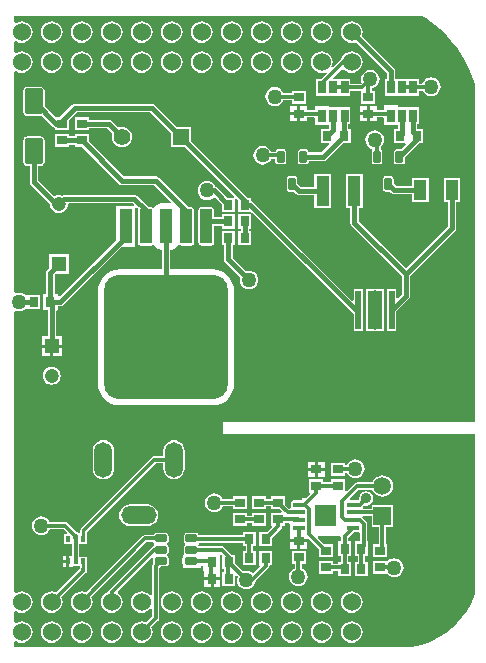
<source format=gtl>
G04*
G04 #@! TF.GenerationSoftware,Altium Limited,Altium Designer,19.1.9 (167)*
G04*
G04 Layer_Physical_Order=1*
G04 Layer_Color=255*
%FSLAX43Y43*%
%MOMM*%
G71*
G01*
G75*
%ADD11C,0.254*%
%ADD23R,0.400X0.500*%
%ADD24R,1.100X1.700*%
%ADD25R,1.100X2.600*%
G04:AMPARAMS|DCode=26|XSize=0.6mm|YSize=1mm|CornerRadius=0.075mm|HoleSize=0mm|Usage=FLASHONLY|Rotation=180.000|XOffset=0mm|YOffset=0mm|HoleType=Round|Shape=RoundedRectangle|*
%AMROUNDEDRECTD26*
21,1,0.600,0.850,0,0,180.0*
21,1,0.450,1.000,0,0,180.0*
1,1,0.150,-0.225,0.425*
1,1,0.150,0.225,0.425*
1,1,0.150,0.225,-0.425*
1,1,0.150,-0.225,-0.425*
%
%ADD26ROUNDEDRECTD26*%
%ADD27R,0.900X0.800*%
%ADD28R,0.800X0.900*%
%ADD29R,0.650X1.100*%
%ADD30R,0.500X3.300*%
%ADD31R,1.300X3.300*%
G04:AMPARAMS|DCode=32|XSize=0.6mm|YSize=1mm|CornerRadius=0.075mm|HoleSize=0mm|Usage=FLASHONLY|Rotation=270.000|XOffset=0mm|YOffset=0mm|HoleType=Round|Shape=RoundedRectangle|*
%AMROUNDEDRECTD32*
21,1,0.600,0.850,0,0,270.0*
21,1,0.450,1.000,0,0,270.0*
1,1,0.150,-0.425,-0.225*
1,1,0.150,-0.425,0.225*
1,1,0.150,0.425,0.225*
1,1,0.150,0.425,-0.225*
%
%ADD32ROUNDEDRECTD32*%
G04:AMPARAMS|DCode=33|XSize=2.2mm|YSize=1.5mm|CornerRadius=0.188mm|HoleSize=0mm|Usage=FLASHONLY|Rotation=90.000|XOffset=0mm|YOffset=0mm|HoleType=Round|Shape=RoundedRectangle|*
%AMROUNDEDRECTD33*
21,1,2.200,1.125,0,0,90.0*
21,1,1.825,1.500,0,0,90.0*
1,1,0.375,0.563,0.913*
1,1,0.375,0.563,-0.913*
1,1,0.375,-0.563,-0.913*
1,1,0.375,-0.563,0.913*
%
%ADD33ROUNDEDRECTD33*%
G04:AMPARAMS|DCode=34|XSize=10.5mm|YSize=10.5mm|CornerRadius=1.313mm|HoleSize=0mm|Usage=FLASHONLY|Rotation=90.000|XOffset=0mm|YOffset=0mm|HoleType=Round|Shape=RoundedRectangle|*
%AMROUNDEDRECTD34*
21,1,10.500,7.875,0,0,90.0*
21,1,7.875,10.500,0,0,90.0*
1,1,2.625,3.938,3.938*
1,1,2.625,3.938,-3.938*
1,1,2.625,-3.938,-3.938*
1,1,2.625,-3.938,3.938*
%
%ADD34ROUNDEDRECTD34*%
G04:AMPARAMS|DCode=35|XSize=2.95mm|YSize=1.05mm|CornerRadius=0.131mm|HoleSize=0mm|Usage=FLASHONLY|Rotation=90.000|XOffset=0mm|YOffset=0mm|HoleType=Round|Shape=RoundedRectangle|*
%AMROUNDEDRECTD35*
21,1,2.950,0.788,0,0,90.0*
21,1,2.688,1.050,0,0,90.0*
1,1,0.263,0.394,1.344*
1,1,0.263,0.394,-1.344*
1,1,0.263,-0.394,-1.344*
1,1,0.263,-0.394,1.344*
%
%ADD35ROUNDEDRECTD35*%
G04:AMPARAMS|DCode=36|XSize=0.41mm|YSize=1.02mm|CornerRadius=0.103mm|HoleSize=0mm|Usage=FLASHONLY|Rotation=90.000|XOffset=0mm|YOffset=0mm|HoleType=Round|Shape=RoundedRectangle|*
%AMROUNDEDRECTD36*
21,1,0.410,0.815,0,0,90.0*
21,1,0.205,1.020,0,0,90.0*
1,1,0.205,0.407,0.103*
1,1,0.205,0.407,-0.103*
1,1,0.205,-0.407,-0.103*
1,1,0.205,-0.407,0.103*
%
%ADD36ROUNDEDRECTD36*%
%ADD63C,0.300*%
%ADD64C,0.400*%
%ADD65C,1.524*%
%ADD66R,1.206X1.206*%
%ADD67C,1.206*%
%ADD68C,1.400*%
%ADD69R,1.400X1.400*%
%ADD70O,1.500X3.000*%
%ADD71O,3.000X1.500*%
%ADD72C,1.500*%
%ADD73R,1.500X1.500*%
%ADD74C,1.270*%
%ADD75C,0.900*%
%ADD76C,1.000*%
G36*
X35192Y53985D02*
Y53985D01*
X35192D01*
X35593Y53739D01*
X36347Y53177D01*
X37048Y52550D01*
X37689Y51862D01*
X38266Y51119D01*
X38773Y50327D01*
X39207Y49493D01*
X39565Y48623D01*
X39704Y48174D01*
X39704Y19571D01*
X18388Y19571D01*
X18388Y18555D01*
X39704Y18555D01*
X39704Y5071D01*
X39703Y5071D01*
X39603Y4758D01*
X39339Y4155D01*
X39018Y3582D01*
X38641Y3043D01*
X38213Y2545D01*
X37737Y2091D01*
X37218Y1686D01*
X36662Y1336D01*
X36074Y1042D01*
X35460Y807D01*
X34825Y635D01*
X34177Y527D01*
X33849Y505D01*
X709Y505D01*
Y967D01*
X823Y1023D01*
X864Y991D01*
X1086Y900D01*
X1324Y868D01*
X1562Y900D01*
X1784Y991D01*
X1974Y1138D01*
X2121Y1328D01*
X2213Y1550D01*
X2244Y1788D01*
X2213Y2026D01*
X2121Y2248D01*
X1974Y2438D01*
X1784Y2585D01*
X1562Y2677D01*
X1324Y2708D01*
X1086Y2677D01*
X864Y2585D01*
X823Y2553D01*
X709Y2610D01*
Y3507D01*
X823Y3563D01*
X864Y3531D01*
X1086Y3440D01*
X1324Y3408D01*
X1562Y3440D01*
X1784Y3531D01*
X1974Y3678D01*
X2121Y3868D01*
X2213Y4090D01*
X2244Y4328D01*
X2213Y4566D01*
X2121Y4788D01*
X1974Y4978D01*
X1784Y5125D01*
X1562Y5217D01*
X1324Y5248D01*
X1086Y5217D01*
X864Y5125D01*
X823Y5093D01*
X709Y5150D01*
X709Y28913D01*
X836Y28998D01*
X901Y28971D01*
X1106Y28944D01*
X1311Y28971D01*
X1502Y29050D01*
X1666Y29176D01*
X1671Y29182D01*
X1798Y29139D01*
Y29124D01*
X2898D01*
Y30324D01*
X1798D01*
X1798Y30324D01*
Y30324D01*
X1671Y30289D01*
X1666Y30295D01*
X1502Y30421D01*
X1311Y30500D01*
X1106Y30527D01*
X901Y30500D01*
X836Y30473D01*
X709Y30558D01*
X709Y49227D01*
X823Y49283D01*
X864Y49251D01*
X1086Y49160D01*
X1324Y49128D01*
X1562Y49160D01*
X1784Y49251D01*
X1974Y49398D01*
X2121Y49588D01*
X2213Y49810D01*
X2244Y50048D01*
X2213Y50286D01*
X2121Y50508D01*
X1974Y50698D01*
X1784Y50845D01*
X1562Y50937D01*
X1324Y50968D01*
X1086Y50937D01*
X864Y50845D01*
X823Y50813D01*
X709Y50870D01*
Y51767D01*
X823Y51823D01*
X864Y51791D01*
X1086Y51700D01*
X1324Y51668D01*
X1562Y51700D01*
X1784Y51791D01*
X1974Y51938D01*
X2121Y52128D01*
X2213Y52350D01*
X2244Y52588D01*
X2213Y52826D01*
X2121Y53048D01*
X1974Y53238D01*
X1784Y53385D01*
X1562Y53477D01*
X1324Y53508D01*
X1086Y53477D01*
X864Y53385D01*
X823Y53353D01*
X709Y53410D01*
Y53985D01*
X35074D01*
X35192Y53985D01*
D02*
G37*
%LPC*%
G36*
X26724Y53508D02*
X26486Y53477D01*
X26264Y53385D01*
X26074Y53238D01*
X25927Y53048D01*
X25835Y52826D01*
X25804Y52588D01*
X25835Y52350D01*
X25927Y52128D01*
X26074Y51938D01*
X26264Y51791D01*
X26486Y51700D01*
X26724Y51668D01*
X26962Y51700D01*
X27184Y51791D01*
X27374Y51938D01*
X27521Y52128D01*
X27613Y52350D01*
X27644Y52588D01*
X27613Y52826D01*
X27521Y53048D01*
X27374Y53238D01*
X27184Y53385D01*
X26962Y53477D01*
X26724Y53508D01*
D02*
G37*
G36*
X24184D02*
X23946Y53477D01*
X23724Y53385D01*
X23534Y53238D01*
X23387Y53048D01*
X23295Y52826D01*
X23264Y52588D01*
X23295Y52350D01*
X23387Y52128D01*
X23534Y51938D01*
X23724Y51791D01*
X23946Y51700D01*
X24184Y51668D01*
X24422Y51700D01*
X24644Y51791D01*
X24834Y51938D01*
X24981Y52128D01*
X25073Y52350D01*
X25104Y52588D01*
X25073Y52826D01*
X24981Y53048D01*
X24834Y53238D01*
X24644Y53385D01*
X24422Y53477D01*
X24184Y53508D01*
D02*
G37*
G36*
X21644D02*
X21406Y53477D01*
X21184Y53385D01*
X20994Y53238D01*
X20847Y53048D01*
X20755Y52826D01*
X20724Y52588D01*
X20755Y52350D01*
X20847Y52128D01*
X20994Y51938D01*
X21184Y51791D01*
X21406Y51700D01*
X21644Y51668D01*
X21882Y51700D01*
X22104Y51791D01*
X22294Y51938D01*
X22441Y52128D01*
X22533Y52350D01*
X22564Y52588D01*
X22533Y52826D01*
X22441Y53048D01*
X22294Y53238D01*
X22104Y53385D01*
X21882Y53477D01*
X21644Y53508D01*
D02*
G37*
G36*
X19104D02*
X18866Y53477D01*
X18644Y53385D01*
X18454Y53238D01*
X18307Y53048D01*
X18215Y52826D01*
X18184Y52588D01*
X18215Y52350D01*
X18307Y52128D01*
X18454Y51938D01*
X18644Y51791D01*
X18866Y51700D01*
X19104Y51668D01*
X19342Y51700D01*
X19564Y51791D01*
X19754Y51938D01*
X19901Y52128D01*
X19993Y52350D01*
X20024Y52588D01*
X19993Y52826D01*
X19901Y53048D01*
X19754Y53238D01*
X19564Y53385D01*
X19342Y53477D01*
X19104Y53508D01*
D02*
G37*
G36*
X16564D02*
X16326Y53477D01*
X16104Y53385D01*
X15914Y53238D01*
X15767Y53048D01*
X15675Y52826D01*
X15644Y52588D01*
X15675Y52350D01*
X15767Y52128D01*
X15914Y51938D01*
X16104Y51791D01*
X16326Y51700D01*
X16564Y51668D01*
X16802Y51700D01*
X17024Y51791D01*
X17214Y51938D01*
X17361Y52128D01*
X17453Y52350D01*
X17484Y52588D01*
X17453Y52826D01*
X17361Y53048D01*
X17214Y53238D01*
X17024Y53385D01*
X16802Y53477D01*
X16564Y53508D01*
D02*
G37*
G36*
X14024D02*
X13786Y53477D01*
X13564Y53385D01*
X13374Y53238D01*
X13227Y53048D01*
X13135Y52826D01*
X13104Y52588D01*
X13135Y52350D01*
X13227Y52128D01*
X13374Y51938D01*
X13564Y51791D01*
X13786Y51700D01*
X14024Y51668D01*
X14262Y51700D01*
X14484Y51791D01*
X14674Y51938D01*
X14821Y52128D01*
X14913Y52350D01*
X14944Y52588D01*
X14913Y52826D01*
X14821Y53048D01*
X14674Y53238D01*
X14484Y53385D01*
X14262Y53477D01*
X14024Y53508D01*
D02*
G37*
G36*
X11484D02*
X11246Y53477D01*
X11024Y53385D01*
X10834Y53238D01*
X10687Y53048D01*
X10595Y52826D01*
X10564Y52588D01*
X10595Y52350D01*
X10687Y52128D01*
X10834Y51938D01*
X11024Y51791D01*
X11246Y51700D01*
X11484Y51668D01*
X11722Y51700D01*
X11944Y51791D01*
X12134Y51938D01*
X12281Y52128D01*
X12373Y52350D01*
X12404Y52588D01*
X12373Y52826D01*
X12281Y53048D01*
X12134Y53238D01*
X11944Y53385D01*
X11722Y53477D01*
X11484Y53508D01*
D02*
G37*
G36*
X8944D02*
X8706Y53477D01*
X8484Y53385D01*
X8294Y53238D01*
X8147Y53048D01*
X8055Y52826D01*
X8024Y52588D01*
X8055Y52350D01*
X8147Y52128D01*
X8294Y51938D01*
X8484Y51791D01*
X8706Y51700D01*
X8944Y51668D01*
X9182Y51700D01*
X9404Y51791D01*
X9594Y51938D01*
X9741Y52128D01*
X9833Y52350D01*
X9864Y52588D01*
X9833Y52826D01*
X9741Y53048D01*
X9594Y53238D01*
X9404Y53385D01*
X9182Y53477D01*
X8944Y53508D01*
D02*
G37*
G36*
X6404D02*
X6166Y53477D01*
X5944Y53385D01*
X5754Y53238D01*
X5607Y53048D01*
X5515Y52826D01*
X5484Y52588D01*
X5515Y52350D01*
X5607Y52128D01*
X5754Y51938D01*
X5944Y51791D01*
X6166Y51700D01*
X6404Y51668D01*
X6642Y51700D01*
X6864Y51791D01*
X7054Y51938D01*
X7201Y52128D01*
X7293Y52350D01*
X7324Y52588D01*
X7293Y52826D01*
X7201Y53048D01*
X7054Y53238D01*
X6864Y53385D01*
X6642Y53477D01*
X6404Y53508D01*
D02*
G37*
G36*
X3864D02*
X3626Y53477D01*
X3404Y53385D01*
X3214Y53238D01*
X3067Y53048D01*
X2975Y52826D01*
X2944Y52588D01*
X2975Y52350D01*
X3067Y52128D01*
X3214Y51938D01*
X3404Y51791D01*
X3626Y51700D01*
X3864Y51668D01*
X4102Y51700D01*
X4324Y51791D01*
X4514Y51938D01*
X4661Y52128D01*
X4753Y52350D01*
X4784Y52588D01*
X4753Y52826D01*
X4661Y53048D01*
X4514Y53238D01*
X4324Y53385D01*
X4102Y53477D01*
X3864Y53508D01*
D02*
G37*
G36*
X29264Y50968D02*
X29026Y50937D01*
X28804Y50845D01*
X28614Y50698D01*
X28467Y50508D01*
X28378Y50293D01*
X28335Y50264D01*
X28335Y50264D01*
X27657Y49586D01*
X27550Y49658D01*
X27613Y49810D01*
X27644Y50048D01*
X27613Y50286D01*
X27521Y50508D01*
X27374Y50698D01*
X27184Y50845D01*
X26962Y50937D01*
X26724Y50968D01*
X26486Y50937D01*
X26264Y50845D01*
X26074Y50698D01*
X25927Y50508D01*
X25835Y50286D01*
X25804Y50048D01*
X25835Y49810D01*
X25927Y49588D01*
X26074Y49398D01*
X26264Y49251D01*
X26486Y49160D01*
X26724Y49128D01*
X26962Y49160D01*
X27114Y49222D01*
X27186Y49115D01*
X26678Y48607D01*
X26285D01*
Y47207D01*
X27108D01*
X27235Y47207D01*
Y47207D01*
X27235D01*
Y47207D01*
X29135D01*
Y47601D01*
X30080D01*
Y46537D01*
X31280D01*
Y47637D01*
X30986D01*
Y47809D01*
X31043Y47817D01*
X31233Y47896D01*
X31397Y48022D01*
X31523Y48185D01*
X31602Y48376D01*
X31629Y48581D01*
X31602Y48786D01*
X31523Y48977D01*
X31397Y49141D01*
X31233Y49267D01*
X31043Y49346D01*
X30838Y49373D01*
X30633Y49346D01*
X30442Y49267D01*
X30278Y49141D01*
X30152Y48977D01*
X30073Y48786D01*
X30046Y48581D01*
X30073Y48376D01*
X30099Y48314D01*
X30018Y48213D01*
X29135D01*
Y48607D01*
X27709D01*
X27661Y48724D01*
X28424Y49488D01*
X28551Y49479D01*
X28614Y49398D01*
X28804Y49251D01*
X29026Y49160D01*
X29264Y49128D01*
X29502Y49160D01*
X29724Y49251D01*
X29914Y49398D01*
X30061Y49588D01*
X30153Y49810D01*
X30184Y50048D01*
X30153Y50286D01*
X30061Y50508D01*
X29914Y50698D01*
X29724Y50845D01*
X29502Y50937D01*
X29264Y50968D01*
D02*
G37*
G36*
X24184D02*
X23946Y50937D01*
X23724Y50845D01*
X23534Y50698D01*
X23387Y50508D01*
X23295Y50286D01*
X23264Y50048D01*
X23295Y49810D01*
X23387Y49588D01*
X23534Y49398D01*
X23724Y49251D01*
X23946Y49160D01*
X24184Y49128D01*
X24422Y49160D01*
X24644Y49251D01*
X24834Y49398D01*
X24981Y49588D01*
X25073Y49810D01*
X25104Y50048D01*
X25073Y50286D01*
X24981Y50508D01*
X24834Y50698D01*
X24644Y50845D01*
X24422Y50937D01*
X24184Y50968D01*
D02*
G37*
G36*
X21644D02*
X21406Y50937D01*
X21184Y50845D01*
X20994Y50698D01*
X20847Y50508D01*
X20755Y50286D01*
X20724Y50048D01*
X20755Y49810D01*
X20847Y49588D01*
X20994Y49398D01*
X21184Y49251D01*
X21406Y49160D01*
X21644Y49128D01*
X21882Y49160D01*
X22104Y49251D01*
X22294Y49398D01*
X22441Y49588D01*
X22533Y49810D01*
X22564Y50048D01*
X22533Y50286D01*
X22441Y50508D01*
X22294Y50698D01*
X22104Y50845D01*
X21882Y50937D01*
X21644Y50968D01*
D02*
G37*
G36*
X19104D02*
X18866Y50937D01*
X18644Y50845D01*
X18454Y50698D01*
X18307Y50508D01*
X18215Y50286D01*
X18184Y50048D01*
X18215Y49810D01*
X18307Y49588D01*
X18454Y49398D01*
X18644Y49251D01*
X18866Y49160D01*
X19104Y49128D01*
X19342Y49160D01*
X19564Y49251D01*
X19754Y49398D01*
X19901Y49588D01*
X19993Y49810D01*
X20024Y50048D01*
X19993Y50286D01*
X19901Y50508D01*
X19754Y50698D01*
X19564Y50845D01*
X19342Y50937D01*
X19104Y50968D01*
D02*
G37*
G36*
X16564D02*
X16326Y50937D01*
X16104Y50845D01*
X15914Y50698D01*
X15767Y50508D01*
X15675Y50286D01*
X15644Y50048D01*
X15675Y49810D01*
X15767Y49588D01*
X15914Y49398D01*
X16104Y49251D01*
X16326Y49160D01*
X16564Y49128D01*
X16802Y49160D01*
X17024Y49251D01*
X17214Y49398D01*
X17361Y49588D01*
X17453Y49810D01*
X17484Y50048D01*
X17453Y50286D01*
X17361Y50508D01*
X17214Y50698D01*
X17024Y50845D01*
X16802Y50937D01*
X16564Y50968D01*
D02*
G37*
G36*
X14024D02*
X13786Y50937D01*
X13564Y50845D01*
X13374Y50698D01*
X13227Y50508D01*
X13135Y50286D01*
X13104Y50048D01*
X13135Y49810D01*
X13227Y49588D01*
X13374Y49398D01*
X13564Y49251D01*
X13786Y49160D01*
X14024Y49128D01*
X14262Y49160D01*
X14484Y49251D01*
X14674Y49398D01*
X14821Y49588D01*
X14913Y49810D01*
X14944Y50048D01*
X14913Y50286D01*
X14821Y50508D01*
X14674Y50698D01*
X14484Y50845D01*
X14262Y50937D01*
X14024Y50968D01*
D02*
G37*
G36*
X11484D02*
X11246Y50937D01*
X11024Y50845D01*
X10834Y50698D01*
X10687Y50508D01*
X10595Y50286D01*
X10564Y50048D01*
X10595Y49810D01*
X10687Y49588D01*
X10834Y49398D01*
X11024Y49251D01*
X11246Y49160D01*
X11484Y49128D01*
X11722Y49160D01*
X11944Y49251D01*
X12134Y49398D01*
X12281Y49588D01*
X12373Y49810D01*
X12404Y50048D01*
X12373Y50286D01*
X12281Y50508D01*
X12134Y50698D01*
X11944Y50845D01*
X11722Y50937D01*
X11484Y50968D01*
D02*
G37*
G36*
X8944D02*
X8706Y50937D01*
X8484Y50845D01*
X8294Y50698D01*
X8147Y50508D01*
X8055Y50286D01*
X8024Y50048D01*
X8055Y49810D01*
X8147Y49588D01*
X8294Y49398D01*
X8484Y49251D01*
X8706Y49160D01*
X8944Y49128D01*
X9182Y49160D01*
X9404Y49251D01*
X9594Y49398D01*
X9741Y49588D01*
X9833Y49810D01*
X9864Y50048D01*
X9833Y50286D01*
X9741Y50508D01*
X9594Y50698D01*
X9404Y50845D01*
X9182Y50937D01*
X8944Y50968D01*
D02*
G37*
G36*
X6404D02*
X6166Y50937D01*
X5944Y50845D01*
X5754Y50698D01*
X5607Y50508D01*
X5515Y50286D01*
X5484Y50048D01*
X5515Y49810D01*
X5607Y49588D01*
X5754Y49398D01*
X5944Y49251D01*
X6166Y49160D01*
X6404Y49128D01*
X6642Y49160D01*
X6864Y49251D01*
X7054Y49398D01*
X7201Y49588D01*
X7293Y49810D01*
X7324Y50048D01*
X7293Y50286D01*
X7201Y50508D01*
X7054Y50698D01*
X6864Y50845D01*
X6642Y50937D01*
X6404Y50968D01*
D02*
G37*
G36*
X3864D02*
X3626Y50937D01*
X3404Y50845D01*
X3214Y50698D01*
X3067Y50508D01*
X2975Y50286D01*
X2944Y50048D01*
X2975Y49810D01*
X3067Y49588D01*
X3214Y49398D01*
X3404Y49251D01*
X3626Y49160D01*
X3864Y49128D01*
X4102Y49160D01*
X4324Y49251D01*
X4514Y49398D01*
X4661Y49588D01*
X4753Y49810D01*
X4784Y50048D01*
X4753Y50286D01*
X4661Y50508D01*
X4514Y50698D01*
X4324Y50845D01*
X4102Y50937D01*
X3864Y50968D01*
D02*
G37*
G36*
X29264Y53508D02*
X29026Y53477D01*
X28804Y53385D01*
X28614Y53238D01*
X28467Y53048D01*
X28375Y52826D01*
X28344Y52588D01*
X28375Y52350D01*
X28467Y52128D01*
X28614Y51938D01*
X28804Y51791D01*
X29026Y51700D01*
X29264Y51668D01*
X29502Y51700D01*
X29605Y51742D01*
X32218Y49129D01*
Y48607D01*
X32100D01*
Y47207D01*
X33873D01*
X34000Y47207D01*
Y47207D01*
X34000D01*
Y47207D01*
X34950D01*
Y47601D01*
X35300D01*
X35309Y47578D01*
X35435Y47414D01*
X35599Y47288D01*
X35790Y47209D01*
X35995Y47182D01*
X36200Y47209D01*
X36391Y47288D01*
X36555Y47414D01*
X36681Y47578D01*
X36760Y47769D01*
X36787Y47973D01*
X36760Y48178D01*
X36681Y48369D01*
X36555Y48533D01*
X36391Y48659D01*
X36200Y48738D01*
X35995Y48765D01*
X35790Y48738D01*
X35599Y48659D01*
X35435Y48533D01*
X35309Y48369D01*
X35245Y48213D01*
X34950D01*
Y48607D01*
X34127D01*
X34000Y48607D01*
Y48607D01*
X34000D01*
Y48607D01*
X32932D01*
Y49277D01*
X32904Y49414D01*
X32827Y49530D01*
X30110Y52247D01*
X30153Y52350D01*
X30184Y52588D01*
X30153Y52826D01*
X30061Y53048D01*
X29914Y53238D01*
X29724Y53385D01*
X29502Y53477D01*
X29264Y53508D01*
D02*
G37*
G36*
X22758Y47922D02*
X22553Y47895D01*
X22362Y47816D01*
X22198Y47690D01*
X22072Y47526D01*
X21993Y47335D01*
X21966Y47130D01*
X21993Y46925D01*
X22072Y46734D01*
X22198Y46570D01*
X22362Y46445D01*
X22553Y46365D01*
X22758Y46338D01*
X22963Y46365D01*
X23154Y46445D01*
X23318Y46570D01*
X23444Y46734D01*
X23481Y46824D01*
X24172D01*
Y46537D01*
X25372D01*
Y47637D01*
X24172D01*
Y47436D01*
X23481D01*
X23444Y47526D01*
X23318Y47690D01*
X23154Y47816D01*
X22963Y47895D01*
X22758Y47922D01*
D02*
G37*
G36*
X31968Y46380D02*
Y45993D01*
X31384D01*
Y46341D01*
X30807D01*
Y45687D01*
Y45033D01*
X31384D01*
Y45381D01*
X31879D01*
X31968Y45291D01*
X31968Y44707D01*
X31996Y44703D01*
X32094Y44703D01*
X33154D01*
X33168Y44582D01*
Y44402D01*
X32827D01*
Y43202D01*
X33787D01*
X33839Y43075D01*
X33454Y42690D01*
X33079D01*
X32991Y42672D01*
X32917Y42623D01*
X32867Y42548D01*
X32849Y42460D01*
Y41610D01*
X32867Y41523D01*
X32917Y41448D01*
X32991Y41398D01*
X33079Y41381D01*
X33529D01*
X33617Y41398D01*
X33691Y41448D01*
X33741Y41523D01*
X33758Y41610D01*
Y41985D01*
X34976Y43202D01*
X35327D01*
Y44402D01*
X34832D01*
Y44807D01*
X34950D01*
Y46207D01*
X34127D01*
X34000Y46207D01*
X33873Y46207D01*
X33202D01*
Y46380D01*
X31968Y46380D01*
D02*
G37*
G36*
X24645Y46341D02*
X24068D01*
Y45814D01*
X24645D01*
Y46341D01*
D02*
G37*
G36*
X30553D02*
X29976D01*
Y45814D01*
X30553D01*
Y46341D01*
D02*
G37*
G36*
Y45560D02*
X29976D01*
Y45033D01*
X30553D01*
Y45560D01*
D02*
G37*
G36*
X24645D02*
X24068D01*
Y45033D01*
X24645D01*
Y45560D01*
D02*
G37*
G36*
X7015Y43957D02*
X5815D01*
Y43764D01*
X5334D01*
Y43957D01*
X4134D01*
Y42857D01*
X5334D01*
Y43050D01*
X5815D01*
Y42857D01*
X6460D01*
X9565Y39752D01*
X9565Y39752D01*
X9681Y39674D01*
X9818Y39647D01*
X12556D01*
X13966Y38237D01*
X13904Y38119D01*
X13156D01*
X12910Y38070D01*
X12701Y37931D01*
X12562Y37722D01*
X12513Y37705D01*
X12426Y37689D01*
X12348Y37741D01*
X12239Y37763D01*
X12084D01*
X11121Y38726D01*
X11005Y38804D01*
X10868Y38831D01*
X4932D01*
X4796Y38804D01*
X4707Y38744D01*
X4677Y38756D01*
X4481Y38782D01*
X4284Y38756D01*
X4101Y38680D01*
X4084Y38667D01*
X2717Y40034D01*
Y41253D01*
X2923D01*
X3055Y41279D01*
X3166Y41354D01*
X3241Y41466D01*
X3267Y41597D01*
Y43422D01*
X3241Y43554D01*
X3166Y43666D01*
X3055Y43740D01*
X2923Y43767D01*
X1798D01*
X1666Y43740D01*
X1555Y43666D01*
X1480Y43554D01*
X1454Y43422D01*
Y41597D01*
X1480Y41466D01*
X1555Y41354D01*
X1666Y41279D01*
X1798Y41253D01*
X2004D01*
Y39886D01*
X2031Y39750D01*
X2108Y39634D01*
X3722Y38020D01*
X3747Y37826D01*
X3823Y37643D01*
X3944Y37486D01*
X4101Y37365D01*
X4284Y37289D01*
X4481Y37263D01*
X4677Y37289D01*
X4861Y37365D01*
X5018Y37486D01*
X5139Y37643D01*
X5214Y37826D01*
X5240Y38023D01*
X5323Y38117D01*
X10720D01*
X10864Y37973D01*
X10812Y37846D01*
X10647D01*
X10534Y37869D01*
X9746D01*
X9633Y37846D01*
X9351D01*
Y34985D01*
X4529Y30163D01*
X4402Y30216D01*
Y30428D01*
X4402Y30428D01*
X4104D01*
Y32062D01*
X4128Y32085D01*
X5338D01*
Y32086D01*
X5338D01*
Y33800D01*
X3624D01*
Y33799D01*
X3624D01*
Y32590D01*
X3495Y32462D01*
X3418Y32346D01*
X3391Y32209D01*
Y30428D01*
X3094D01*
Y30428D01*
X3094D01*
Y29020D01*
X3519D01*
Y26844D01*
X3019D01*
Y26114D01*
X3876D01*
X4733D01*
Y26844D01*
X4233D01*
Y28930D01*
X4322Y29020D01*
X4402Y29020D01*
X4402Y29020D01*
X4402Y29147D01*
Y29367D01*
X4594D01*
X4731Y29394D01*
X4846Y29471D01*
X9770Y34396D01*
X10933D01*
Y37725D01*
X11060Y37777D01*
X11213Y37625D01*
X11186Y37586D01*
X11164Y37476D01*
Y34788D01*
X11186Y34679D01*
X11248Y34586D01*
X11341Y34523D01*
X11451Y34502D01*
X12239D01*
X12348Y34523D01*
X12426Y34575D01*
X12513Y34560D01*
X12562Y34542D01*
X12701Y34333D01*
X12910Y34194D01*
X13156Y34145D01*
X13193D01*
Y32491D01*
X9612D01*
X9257Y32456D01*
X8915Y32352D01*
X8601Y32184D01*
X8325Y31957D01*
X8098Y31681D01*
X7930Y31367D01*
X7826Y31025D01*
X7791Y30670D01*
Y22795D01*
X7826Y22439D01*
X7930Y22098D01*
X8098Y21783D01*
X8325Y21507D01*
X8601Y21280D01*
X8915Y21112D01*
X9257Y21008D01*
X9612Y20973D01*
X17487D01*
X17843Y21008D01*
X18184Y21112D01*
X18499Y21280D01*
X18775Y21507D01*
X19002Y21783D01*
X19170Y22098D01*
X19274Y22439D01*
X19309Y22795D01*
Y30670D01*
X19274Y31025D01*
X19170Y31367D01*
X19002Y31681D01*
X18775Y31957D01*
X18499Y32184D01*
X18184Y32352D01*
X17843Y32456D01*
X17487Y32491D01*
X13907D01*
Y34145D01*
X13944D01*
X14190Y34194D01*
X14399Y34333D01*
X14538Y34542D01*
X14587Y34560D01*
X14674Y34575D01*
X14751Y34523D01*
X14861Y34502D01*
X15649D01*
X15758Y34523D01*
X15851Y34586D01*
X15914Y34679D01*
X15935Y34788D01*
Y37476D01*
X15914Y37586D01*
X15851Y37679D01*
X15758Y37741D01*
X15649Y37763D01*
X15450D01*
X12956Y40256D01*
X12841Y40334D01*
X12704Y40361D01*
X9965D01*
X7015Y43311D01*
Y43957D01*
D02*
G37*
G36*
Y45357D02*
X5815D01*
Y44257D01*
X7015D01*
Y44450D01*
X8567D01*
X9002Y44015D01*
X8972Y43943D01*
X8943Y43721D01*
X8972Y43499D01*
X9058Y43292D01*
X9194Y43115D01*
X9372Y42979D01*
X9578Y42893D01*
X9800Y42864D01*
X10022Y42893D01*
X10229Y42979D01*
X10406Y43115D01*
X10543Y43292D01*
X10628Y43499D01*
X10658Y43721D01*
X10628Y43943D01*
X10543Y44150D01*
X10406Y44327D01*
X10229Y44464D01*
X10022Y44549D01*
X9800Y44578D01*
X9578Y44549D01*
X9507Y44520D01*
X8967Y45059D01*
X8851Y45136D01*
X8715Y45164D01*
X7015D01*
Y45357D01*
D02*
G37*
G36*
X25476Y46341D02*
X24899D01*
Y45687D01*
Y45033D01*
X25476D01*
Y45381D01*
X26091D01*
X26181Y45291D01*
X26181Y44703D01*
X26181Y44703D01*
X26308Y44703D01*
X27339D01*
X27353Y44582D01*
Y44444D01*
X27312Y44402D01*
X26667D01*
Y43202D01*
X27346D01*
X27395Y43085D01*
X26702Y42392D01*
X25623D01*
Y42460D01*
X25605Y42548D01*
X25556Y42623D01*
X25481Y42672D01*
X25393Y42690D01*
X24943D01*
X24856Y42672D01*
X24781Y42623D01*
X24731Y42548D01*
X24714Y42460D01*
Y41610D01*
X24731Y41523D01*
X24781Y41448D01*
X24856Y41398D01*
X24943Y41381D01*
X25393D01*
X25481Y41398D01*
X25556Y41448D01*
X25605Y41523D01*
X25623Y41610D01*
Y41678D01*
X26849D01*
X26986Y41706D01*
X27102Y41783D01*
X28521Y43202D01*
X29167D01*
Y44402D01*
X28973D01*
Y44807D01*
X29135D01*
Y46207D01*
X27407D01*
X27339Y46311D01*
X27336Y46311D01*
X27336Y46311D01*
X27212Y46311D01*
X26181Y46311D01*
Y45993D01*
X25476D01*
Y46341D01*
D02*
G37*
G36*
X31210Y44255D02*
X31005Y44228D01*
X30814Y44149D01*
X30650Y44023D01*
X30525Y43859D01*
X30445Y43668D01*
X30418Y43463D01*
X30445Y43258D01*
X30525Y43067D01*
X30650Y42903D01*
X30814Y42777D01*
X30943Y42724D01*
X30955Y42707D01*
X30987Y42588D01*
X30985Y42575D01*
X30967Y42548D01*
X30949Y42460D01*
Y41610D01*
X30967Y41523D01*
X31017Y41448D01*
X31091Y41398D01*
X31179Y41381D01*
X31629D01*
X31717Y41398D01*
X31791Y41448D01*
X31841Y41523D01*
X31858Y41610D01*
Y42460D01*
X31841Y42548D01*
X31791Y42623D01*
X31717Y42672D01*
X31710Y42674D01*
Y42857D01*
X31770Y42903D01*
X31896Y43067D01*
X31975Y43258D01*
X32002Y43463D01*
X31975Y43668D01*
X31896Y43859D01*
X31770Y44023D01*
X31606Y44149D01*
X31415Y44228D01*
X31210Y44255D01*
D02*
G37*
G36*
X21738Y42941D02*
X21533Y42914D01*
X21342Y42835D01*
X21178Y42709D01*
X21053Y42545D01*
X20974Y42354D01*
X20947Y42149D01*
X20974Y41944D01*
X21053Y41753D01*
X21178Y41589D01*
X21342Y41463D01*
X21533Y41384D01*
X21738Y41357D01*
X21943Y41384D01*
X22134Y41463D01*
X22298Y41589D01*
X22424Y41753D01*
X22461Y41843D01*
X22814D01*
Y41610D01*
X22831Y41523D01*
X22881Y41448D01*
X22956Y41398D01*
X23043Y41381D01*
X23493D01*
X23581Y41398D01*
X23656Y41448D01*
X23705Y41523D01*
X23723Y41610D01*
Y42460D01*
X23705Y42548D01*
X23656Y42623D01*
X23581Y42672D01*
X23493Y42690D01*
X23043D01*
X22956Y42672D01*
X22881Y42623D01*
X22831Y42548D01*
X22814Y42460D01*
Y42455D01*
X22461D01*
X22424Y42545D01*
X22298Y42709D01*
X22134Y42835D01*
X21943Y42914D01*
X21738Y42941D01*
D02*
G37*
G36*
X27496Y40574D02*
X26096D01*
Y39481D01*
X24978D01*
X24673Y39786D01*
Y40160D01*
X24655Y40248D01*
X24606Y40323D01*
X24531Y40372D01*
X24443Y40390D01*
X23993D01*
X23906Y40372D01*
X23831Y40323D01*
X23781Y40248D01*
X23764Y40160D01*
Y39310D01*
X23781Y39223D01*
X23831Y39148D01*
X23906Y39098D01*
X23993Y39081D01*
X24368D01*
X24578Y38871D01*
X24693Y38794D01*
X24830Y38767D01*
X26096D01*
Y37674D01*
X27496D01*
Y40574D01*
D02*
G37*
G36*
X2923Y47967D02*
X1798D01*
X1666Y47940D01*
X1555Y47866D01*
X1480Y47754D01*
X1454Y47622D01*
Y45797D01*
X1480Y45666D01*
X1555Y45554D01*
X1666Y45480D01*
X1798Y45453D01*
X2923D01*
X3055Y45480D01*
X3074Y45492D01*
X4011Y44554D01*
X4127Y44477D01*
X4134Y44476D01*
Y44257D01*
X5334D01*
Y45176D01*
X5976Y45818D01*
X12199D01*
X13950Y44066D01*
Y42871D01*
X15146D01*
X19324Y38693D01*
X19271Y38566D01*
X18730D01*
X17868Y39427D01*
X17753Y39505D01*
X17724Y39511D01*
X17699Y39571D01*
X17573Y39735D01*
X17409Y39861D01*
X17218Y39940D01*
X17013Y39967D01*
X16808Y39940D01*
X16617Y39861D01*
X16453Y39735D01*
X16328Y39571D01*
X16248Y39380D01*
X16221Y39175D01*
X16248Y38970D01*
X16328Y38779D01*
X16453Y38615D01*
X16617Y38489D01*
X16808Y38410D01*
X17013Y38383D01*
X17218Y38410D01*
X17409Y38489D01*
X17573Y38615D01*
X17665Y38621D01*
X18275Y38011D01*
Y37366D01*
X19375D01*
Y38462D01*
X19502Y38514D01*
X19675Y38341D01*
Y37366D01*
X20771D01*
X29349Y28788D01*
X29439Y28728D01*
Y27240D01*
X30239D01*
Y30840D01*
X29439D01*
Y29873D01*
X29322Y29824D01*
X20928Y38218D01*
X20812Y38296D01*
X20775Y38303D01*
Y38566D01*
X20460D01*
X15650Y43376D01*
Y44571D01*
X14455D01*
X12599Y46427D01*
X12483Y46504D01*
X12347Y46531D01*
X5828D01*
X5691Y46504D01*
X5575Y46427D01*
X4505Y45357D01*
X4218D01*
X3267Y46308D01*
Y47622D01*
X3241Y47754D01*
X3166Y47866D01*
X3055Y47940D01*
X2923Y47967D01*
D02*
G37*
G36*
X32579Y40390D02*
X32129D01*
X32041Y40372D01*
X31967Y40323D01*
X31917Y40248D01*
X31899Y40160D01*
Y39310D01*
X31917Y39223D01*
X31967Y39148D01*
X32041Y39098D01*
X32129Y39081D01*
X32504D01*
X32618Y38966D01*
X32734Y38889D01*
X32870Y38862D01*
X34377D01*
Y38219D01*
X35777D01*
Y40219D01*
X34377D01*
Y39576D01*
X33018D01*
X32808Y39786D01*
Y40160D01*
X32791Y40248D01*
X32741Y40323D01*
X32667Y40372D01*
X32579Y40390D01*
D02*
G37*
G36*
X17354Y37763D02*
X16566D01*
X16456Y37741D01*
X16363Y37679D01*
X16301Y37586D01*
X16279Y37476D01*
Y34788D01*
X16301Y34679D01*
X16363Y34586D01*
X16456Y34523D01*
X16566Y34502D01*
X17354D01*
X17463Y34523D01*
X17556Y34586D01*
X17619Y34679D01*
X17640Y34788D01*
Y36194D01*
X18275D01*
Y35951D01*
X19375D01*
Y37151D01*
X18275D01*
Y36907D01*
X17640D01*
Y37476D01*
X17619Y37586D01*
X17556Y37679D01*
X17463Y37741D01*
X17354Y37763D01*
D02*
G37*
G36*
X20775Y37151D02*
X19675D01*
Y35951D01*
X19868D01*
Y35735D01*
X19675D01*
Y34535D01*
X20775D01*
Y35735D01*
X20582D01*
Y35951D01*
X20775D01*
Y37151D01*
D02*
G37*
G36*
X19375Y35735D02*
X18275D01*
Y34535D01*
X18468D01*
Y33341D01*
X18496Y33204D01*
X18573Y33089D01*
X19824Y31838D01*
X19808Y31799D01*
X19781Y31594D01*
X19808Y31389D01*
X19887Y31198D01*
X20012Y31034D01*
X20176Y30908D01*
X20367Y30829D01*
X20572Y30802D01*
X20777Y30829D01*
X20968Y30908D01*
X21132Y31034D01*
X21258Y31198D01*
X21337Y31389D01*
X21364Y31594D01*
X21337Y31799D01*
X21258Y31990D01*
X21132Y32154D01*
X20968Y32280D01*
X20777Y32359D01*
X20572Y32386D01*
X20367Y32359D01*
X20328Y32343D01*
X19182Y33489D01*
Y34535D01*
X19375D01*
Y35735D01*
D02*
G37*
G36*
X30196Y40574D02*
X28796D01*
Y37674D01*
X29139D01*
Y36452D01*
X29166Y36315D01*
X29243Y36200D01*
X33508Y31935D01*
Y30414D01*
X33157Y30062D01*
X33039Y30111D01*
Y30840D01*
X32239D01*
Y27240D01*
X33039D01*
Y28936D01*
X34118Y30014D01*
X34195Y30129D01*
X34222Y30266D01*
Y31930D01*
X38029Y35737D01*
X38107Y35853D01*
X38134Y35989D01*
Y38219D01*
X38477D01*
Y40219D01*
X37077D01*
Y38219D01*
X37420D01*
Y36137D01*
X33868Y32585D01*
X29853Y36600D01*
Y37674D01*
X30196D01*
Y40574D01*
D02*
G37*
G36*
X31239Y30864D02*
X31070Y30842D01*
X31066Y30840D01*
X30439D01*
Y27240D01*
X32039D01*
Y30840D01*
X31413D01*
X31409Y30842D01*
X31239Y30864D01*
D02*
G37*
G36*
X4733Y25860D02*
X4003D01*
Y25130D01*
X4733D01*
Y25860D01*
D02*
G37*
G36*
X3749D02*
X3019D01*
Y25130D01*
X3749D01*
Y25860D01*
D02*
G37*
G36*
X3876Y24247D02*
X3679Y24221D01*
X3496Y24145D01*
X3339Y24024D01*
X3218Y23867D01*
X3142Y23684D01*
X3116Y23487D01*
X3142Y23290D01*
X3218Y23107D01*
X3339Y22950D01*
X3496Y22829D01*
X3679Y22753D01*
X3876Y22728D01*
X4072Y22753D01*
X4255Y22829D01*
X4413Y22950D01*
X4533Y23107D01*
X4609Y23290D01*
X4635Y23487D01*
X4609Y23684D01*
X4533Y23867D01*
X4413Y24024D01*
X4255Y24145D01*
X4072Y24221D01*
X3876Y24247D01*
D02*
G37*
G36*
X29563Y16410D02*
X29358Y16383D01*
X29167Y16304D01*
X29003Y16178D01*
X28877Y16014D01*
X28828Y15895D01*
X28706D01*
Y16139D01*
X27506D01*
Y15039D01*
X28706D01*
Y15283D01*
X28852D01*
X28877Y15222D01*
X29003Y15059D01*
X29167Y14933D01*
X29358Y14854D01*
X29563Y14827D01*
X29768Y14854D01*
X29959Y14933D01*
X30123Y15059D01*
X30249Y15222D01*
X30328Y15413D01*
X30355Y15618D01*
X30328Y15823D01*
X30249Y16014D01*
X30123Y16178D01*
X29959Y16304D01*
X29768Y16383D01*
X29563Y16410D01*
D02*
G37*
G36*
X26971Y16227D02*
X26394D01*
Y15700D01*
X26971D01*
Y16227D01*
D02*
G37*
G36*
X26140D02*
X25563D01*
Y15700D01*
X26140D01*
Y16227D01*
D02*
G37*
G36*
X26971Y15446D02*
X26394D01*
Y14919D01*
X26971D01*
Y15446D01*
D02*
G37*
G36*
X26140D02*
X25563D01*
Y14919D01*
X26140D01*
Y15446D01*
D02*
G37*
G36*
X14231Y18042D02*
X13997Y18011D01*
X13778Y17921D01*
X13590Y17776D01*
X13445Y17588D01*
X13355Y17369D01*
X13324Y17134D01*
Y16690D01*
X12564D01*
X12447Y16667D01*
X12348Y16601D01*
X12348Y16601D01*
X6404Y10656D01*
X6404Y10656D01*
X6396Y10649D01*
X6330Y10550D01*
X6329Y10543D01*
X6278Y10468D01*
X6257Y10359D01*
Y10227D01*
X6221Y10201D01*
X6130Y10170D01*
X6056Y10219D01*
X5972Y10236D01*
X5209Y11000D01*
X5110Y11066D01*
X4993Y11089D01*
X4993Y11089D01*
X3706D01*
X3669Y11179D01*
X3543Y11343D01*
X3379Y11469D01*
X3188Y11548D01*
X2983Y11575D01*
X2778Y11548D01*
X2588Y11469D01*
X2424Y11343D01*
X2298Y11179D01*
X2219Y10988D01*
X2192Y10783D01*
X2219Y10578D01*
X2298Y10387D01*
X2424Y10223D01*
X2588Y10098D01*
X2778Y10018D01*
X2983Y9991D01*
X3188Y10018D01*
X3379Y10098D01*
X3543Y10223D01*
X3669Y10387D01*
X3706Y10477D01*
X4866D01*
X5163Y10180D01*
X5115Y10063D01*
X4889D01*
Y9263D01*
X5583D01*
Y8267D01*
X5366D01*
Y7763D01*
Y7259D01*
X5693D01*
Y7363D01*
X6250D01*
Y7223D01*
X6250Y7223D01*
X6230Y7127D01*
X4505Y5401D01*
X4256Y5153D01*
X4102Y5217D01*
X3864Y5248D01*
X3626Y5217D01*
X3404Y5125D01*
X3214Y4978D01*
X3067Y4788D01*
X2975Y4566D01*
X2944Y4328D01*
X2975Y4090D01*
X3067Y3868D01*
X3214Y3678D01*
X3404Y3531D01*
X3626Y3440D01*
X3864Y3408D01*
X4102Y3440D01*
X4324Y3531D01*
X4514Y3678D01*
X4661Y3868D01*
X4753Y4090D01*
X4784Y4328D01*
X4753Y4566D01*
X4689Y4720D01*
X4937Y4969D01*
X6748Y6780D01*
X6815Y6879D01*
X6838Y6996D01*
X6838Y6996D01*
Y7106D01*
X6815Y7223D01*
X6815Y7223D01*
Y7363D01*
X6889D01*
Y8163D01*
X6195D01*
Y9263D01*
X6889D01*
Y10063D01*
X6822D01*
Y10185D01*
X6829Y10190D01*
X6882Y10270D01*
X12691Y16079D01*
X13324D01*
Y15634D01*
X13355Y15399D01*
X13445Y15181D01*
X13590Y14993D01*
X13778Y14848D01*
X13997Y14758D01*
X14231Y14727D01*
X14466Y14758D01*
X14685Y14848D01*
X14873Y14993D01*
X15018Y15181D01*
X15108Y15399D01*
X15139Y15634D01*
Y17134D01*
X15108Y17369D01*
X15018Y17588D01*
X14873Y17776D01*
X14685Y17921D01*
X14466Y18011D01*
X14231Y18042D01*
D02*
G37*
G36*
X8232D02*
X7997Y18011D01*
X7778Y17921D01*
X7590Y17776D01*
X7445Y17588D01*
X7355Y17369D01*
X7324Y17134D01*
Y15634D01*
X7355Y15399D01*
X7445Y15181D01*
X7590Y14993D01*
X7778Y14848D01*
X7997Y14758D01*
X8232Y14727D01*
X8466Y14758D01*
X8685Y14848D01*
X8873Y14993D01*
X9018Y15181D01*
X9108Y15399D01*
X9139Y15634D01*
Y17134D01*
X9108Y17369D01*
X9018Y17588D01*
X8873Y17776D01*
X8685Y17921D01*
X8466Y18011D01*
X8232Y18042D01*
D02*
G37*
G36*
X31873Y15057D02*
X31638Y15026D01*
X31419Y14935D01*
X31231Y14791D01*
X31087Y14603D01*
X31025Y14455D01*
X29706D01*
X29706Y14455D01*
X29589Y14431D01*
X29490Y14365D01*
X28833Y13708D01*
X28706Y13760D01*
Y14739D01*
X27506D01*
Y14479D01*
X26867D01*
Y14723D01*
X25667D01*
Y13623D01*
X25690D01*
X25739Y13506D01*
X25407Y13174D01*
X25021Y13174D01*
X25021Y12946D01*
X24383D01*
X24285Y12926D01*
X24201Y12870D01*
X24145Y12787D01*
X24126Y12688D01*
Y12483D01*
X24145Y12385D01*
X24156Y12369D01*
X24096Y12255D01*
X23971Y12245D01*
X23649Y12567D01*
Y13284D01*
X22449D01*
Y13040D01*
X22044D01*
Y13284D01*
X20844D01*
Y12184D01*
X22044D01*
Y12428D01*
X22449D01*
Y12184D01*
X23166D01*
X23349Y12002D01*
X23300Y11884D01*
X22449D01*
Y10784D01*
X22506D01*
X22555Y10667D01*
X22145Y10257D01*
X21428D01*
Y9058D01*
X22528D01*
Y9775D01*
X23265Y10512D01*
X23265Y10512D01*
X23332Y10612D01*
X23355Y10729D01*
X23459Y10784D01*
X23649D01*
Y11028D01*
X23930D01*
X24020Y10939D01*
X24020Y10169D01*
X24020D01*
X24082Y10042D01*
Y9636D01*
X24786D01*
X25490D01*
Y9655D01*
X25607Y9703D01*
X26460Y8851D01*
Y8133D01*
X27660D01*
Y9233D01*
X26942D01*
X26386Y9790D01*
X26434Y9907D01*
X28273Y9907D01*
X28362Y9818D01*
Y9460D01*
X28118D01*
Y8260D01*
X28362D01*
Y7757D01*
X28122D01*
Y7589D01*
X27660D01*
Y7833D01*
X26460D01*
Y6733D01*
X27660D01*
Y6978D01*
X28122D01*
Y6557D01*
X29222D01*
Y7757D01*
X28974D01*
Y8260D01*
X29218D01*
Y9460D01*
X28974D01*
Y9787D01*
X29095Y9907D01*
X29146D01*
X29146Y9958D01*
X29463Y10276D01*
X29798D01*
X29847Y10285D01*
X29974Y10206D01*
Y9460D01*
X29518D01*
Y8260D01*
X29762D01*
Y7757D01*
X29522D01*
Y6557D01*
X30622D01*
Y7757D01*
X30374D01*
Y8260D01*
X30618D01*
Y9460D01*
X30586D01*
Y10941D01*
X30586Y10941D01*
X30563Y11058D01*
X30496Y11158D01*
X30496Y11158D01*
X30152Y11502D01*
X30151Y11503D01*
X30189Y11630D01*
X30973D01*
Y10709D01*
X31567D01*
Y9233D01*
X31060D01*
Y8133D01*
X32260D01*
Y9233D01*
X32179D01*
Y10709D01*
X32773D01*
Y12509D01*
X30973D01*
Y12242D01*
X30236D01*
X30198Y12369D01*
X30199Y12369D01*
X30349Y12520D01*
X30499Y12490D01*
X30733Y12537D01*
X30931Y12669D01*
X31064Y12868D01*
X31111Y13102D01*
X31064Y13336D01*
X30931Y13534D01*
X30733Y13667D01*
X30499Y13714D01*
X30265Y13667D01*
X30066Y13534D01*
X29934Y13336D01*
X29887Y13102D01*
X29896Y13056D01*
X29801Y12949D01*
X29789Y12946D01*
X29140D01*
X29140Y13150D01*
X29833Y13843D01*
X31025D01*
X31087Y13695D01*
X31231Y13507D01*
X31419Y13363D01*
X31638Y13272D01*
X31873Y13241D01*
X32108Y13272D01*
X32327Y13363D01*
X32515Y13507D01*
X32659Y13695D01*
X32750Y13914D01*
X32781Y14149D01*
X32750Y14384D01*
X32659Y14603D01*
X32515Y14791D01*
X32327Y14935D01*
X32108Y15026D01*
X31873Y15057D01*
D02*
G37*
G36*
X17642Y13521D02*
X17437Y13494D01*
X17246Y13415D01*
X17082Y13289D01*
X16956Y13125D01*
X16877Y12934D01*
X16850Y12729D01*
X16877Y12524D01*
X16956Y12333D01*
X17082Y12169D01*
X17246Y12044D01*
X17437Y11964D01*
X17642Y11938D01*
X17847Y11964D01*
X18038Y12044D01*
X18202Y12169D01*
X18327Y12333D01*
X18365Y12423D01*
X19240D01*
Y12184D01*
X20440D01*
Y13284D01*
X19240D01*
Y13035D01*
X18365D01*
X18327Y13125D01*
X18202Y13289D01*
X18038Y13415D01*
X17847Y13494D01*
X17642Y13521D01*
D02*
G37*
G36*
X22044Y11884D02*
X20844D01*
Y11640D01*
X20440D01*
Y11884D01*
X19240D01*
Y10784D01*
X20440D01*
Y11028D01*
X20844D01*
Y10784D01*
X22044D01*
Y11884D01*
D02*
G37*
G36*
X11982Y12592D02*
X10482D01*
X10247Y12561D01*
X10028Y12471D01*
X9840Y12326D01*
X9695Y12138D01*
X9605Y11919D01*
X9574Y11684D01*
X9605Y11449D01*
X9695Y11231D01*
X9840Y11043D01*
X10028Y10898D01*
X10247Y10808D01*
X10482Y10777D01*
X11982D01*
X12216Y10808D01*
X12435Y10898D01*
X12623Y11043D01*
X12768Y11231D01*
X12858Y11449D01*
X12889Y11684D01*
X12858Y11919D01*
X12768Y12138D01*
X12623Y12326D01*
X12435Y12471D01*
X12216Y12561D01*
X11982Y12592D01*
D02*
G37*
G36*
X21128Y10257D02*
X20028D01*
Y9963D01*
X16350D01*
X16338Y10022D01*
X16289Y10097D01*
X16214Y10146D01*
X16126Y10164D01*
X15276D01*
X15189Y10146D01*
X15114Y10097D01*
X15064Y10022D01*
X15047Y9935D01*
Y9485D01*
X15064Y9397D01*
X15114Y9322D01*
X15138Y9306D01*
Y9163D01*
X15114Y9147D01*
X15064Y9072D01*
X15047Y8985D01*
Y8535D01*
X15064Y8447D01*
X15067Y8443D01*
X15067Y8400D01*
X14972Y8291D01*
X14951D01*
Y8084D01*
X14941Y8035D01*
Y7585D01*
X14951Y7535D01*
Y7241D01*
X16473Y7241D01*
X16473Y7414D01*
X16562Y7504D01*
X16715D01*
X16715Y7037D01*
X16715Y7037D01*
X16798Y6998D01*
Y6421D01*
X17452D01*
X18106D01*
Y6998D01*
X18106D01*
Y7021D01*
X18106D01*
Y8277D01*
X18227Y8331D01*
X18302Y8272D01*
Y7125D01*
X18466D01*
Y6894D01*
X18302D01*
Y5694D01*
X19402D01*
Y6538D01*
X19519Y6586D01*
X19624Y6482D01*
X19587Y6392D01*
X19560Y6187D01*
X19587Y5982D01*
X19666Y5791D01*
X19791Y5627D01*
X19955Y5501D01*
X20146Y5422D01*
X20351Y5395D01*
X20556Y5422D01*
X20747Y5501D01*
X20911Y5627D01*
X21037Y5791D01*
X21116Y5982D01*
X21132Y6103D01*
X22204Y7175D01*
X22271Y7274D01*
X22294Y7391D01*
X22392Y7456D01*
X22538D01*
Y8656D01*
X21438D01*
Y7456D01*
X21454D01*
X21503Y7339D01*
X20911Y6747D01*
X20747Y6873D01*
X20556Y6952D01*
X20351Y6979D01*
X20146Y6952D01*
X20056Y6915D01*
X19402Y7569D01*
Y8325D01*
X19134D01*
X19117Y8350D01*
X19117Y8350D01*
X18491Y8976D01*
X18491Y8976D01*
X18432Y9016D01*
X18392Y9042D01*
X18392Y9042D01*
X18392Y9042D01*
X18353Y9050D01*
X18275Y9065D01*
X18275Y9065D01*
X16340D01*
X16338Y9072D01*
X16289Y9147D01*
X16297Y9276D01*
X16373Y9352D01*
X20028D01*
Y9058D01*
X20282D01*
Y8656D01*
X20038D01*
Y7456D01*
X21138D01*
Y8656D01*
X20894D01*
Y9058D01*
X21128D01*
Y10257D01*
D02*
G37*
G36*
X25490Y9382D02*
X24913D01*
Y8855D01*
X25490D01*
Y9382D01*
D02*
G37*
G36*
X24659D02*
X24082D01*
Y8855D01*
X24659D01*
Y9382D01*
D02*
G37*
G36*
X5112Y8267D02*
X4785D01*
Y7890D01*
X5112D01*
Y8267D01*
D02*
G37*
G36*
X32864Y8037D02*
X32659Y8010D01*
X32468Y7931D01*
X32376Y7861D01*
X32260Y7833D01*
X32260Y7833D01*
X32260Y7833D01*
X31060D01*
Y6733D01*
X32166D01*
X32283Y6712D01*
X32283Y6712D01*
X32304Y6685D01*
X32352Y6648D01*
X32352Y6648D01*
X32377Y6629D01*
X32468Y6560D01*
X32659Y6480D01*
X32864Y6453D01*
X33068Y6480D01*
X33259Y6560D01*
X33423Y6685D01*
X33549Y6849D01*
X33628Y7040D01*
X33655Y7245D01*
X33628Y7450D01*
X33549Y7641D01*
X33423Y7805D01*
X33259Y7931D01*
X33068Y8010D01*
X32864Y8037D01*
D02*
G37*
G36*
X5112Y7636D02*
X4785D01*
Y7259D01*
X5112D01*
Y7636D01*
D02*
G37*
G36*
X25386Y8659D02*
X24186D01*
Y7559D01*
X24439D01*
Y7192D01*
X24349Y7155D01*
X24185Y7029D01*
X24059Y6865D01*
X23980Y6674D01*
X23953Y6469D01*
X23980Y6264D01*
X24059Y6073D01*
X24185Y5909D01*
X24349Y5783D01*
X24540Y5704D01*
X24745Y5677D01*
X24950Y5704D01*
X25140Y5783D01*
X25304Y5909D01*
X25430Y6073D01*
X25509Y6264D01*
X25536Y6469D01*
X25509Y6674D01*
X25430Y6865D01*
X25304Y7029D01*
X25140Y7155D01*
X25050Y7192D01*
Y7559D01*
X25386D01*
Y8659D01*
D02*
G37*
G36*
X18106Y6167D02*
X17579D01*
Y5590D01*
X18106D01*
Y6167D01*
D02*
G37*
G36*
X17325D02*
X16798D01*
Y5590D01*
X17325D01*
Y6167D01*
D02*
G37*
G36*
X13526Y10164D02*
X12676D01*
X12589Y10146D01*
X12514Y10097D01*
X12464Y10022D01*
X12463Y10015D01*
X11786D01*
X11669Y9992D01*
X11570Y9926D01*
X6797Y5153D01*
X6642Y5217D01*
X6404Y5248D01*
X6166Y5217D01*
X5944Y5125D01*
X5754Y4978D01*
X5607Y4788D01*
X5515Y4566D01*
X5484Y4328D01*
X5515Y4090D01*
X5607Y3868D01*
X5754Y3678D01*
X5944Y3531D01*
X6166Y3440D01*
X6404Y3408D01*
X6642Y3440D01*
X6864Y3531D01*
X7054Y3678D01*
X7201Y3868D01*
X7293Y4090D01*
X7324Y4328D01*
X7293Y4566D01*
X7229Y4720D01*
X11913Y9404D01*
X12463D01*
X12464Y9397D01*
X12514Y9322D01*
X12538Y9306D01*
Y9163D01*
X12514Y9147D01*
X12464Y9072D01*
X12460Y9050D01*
X12419Y9042D01*
X12320Y8976D01*
X12320Y8976D01*
X8728Y5384D01*
X8728Y5384D01*
X8662Y5285D01*
X8643Y5191D01*
X8484Y5125D01*
X8294Y4978D01*
X8147Y4788D01*
X8055Y4566D01*
X8024Y4328D01*
X8055Y4090D01*
X8147Y3868D01*
X8294Y3678D01*
X8484Y3531D01*
X8706Y3440D01*
X8944Y3408D01*
X9182Y3440D01*
X9404Y3531D01*
X9594Y3678D01*
X9741Y3868D01*
X9833Y4090D01*
X9864Y4328D01*
X9833Y4566D01*
X9741Y4788D01*
X9594Y4978D01*
X9466Y5077D01*
X9444Y5235D01*
X12336Y8127D01*
X12453Y8064D01*
X12447Y8035D01*
Y7588D01*
X12440Y7581D01*
X12374Y7482D01*
X12351Y7365D01*
X12351Y7365D01*
Y4905D01*
X12224Y4862D01*
X12134Y4978D01*
X11944Y5125D01*
X11722Y5217D01*
X11484Y5248D01*
X11246Y5217D01*
X11024Y5125D01*
X10834Y4978D01*
X10687Y4788D01*
X10595Y4566D01*
X10564Y4328D01*
X10595Y4090D01*
X10687Y3868D01*
X10834Y3678D01*
X11024Y3531D01*
X11246Y3440D01*
X11484Y3408D01*
X11722Y3440D01*
X11944Y3531D01*
X12134Y3678D01*
X12224Y3794D01*
X12351Y3751D01*
Y3087D01*
X11877Y2613D01*
X11722Y2677D01*
X11484Y2708D01*
X11246Y2677D01*
X11024Y2585D01*
X10834Y2438D01*
X10687Y2248D01*
X10595Y2026D01*
X10564Y1788D01*
X10595Y1550D01*
X10687Y1328D01*
X10834Y1138D01*
X11024Y991D01*
X11246Y900D01*
X11484Y868D01*
X11722Y900D01*
X11944Y991D01*
X12134Y1138D01*
X12281Y1328D01*
X12373Y1550D01*
X12404Y1788D01*
X12373Y2026D01*
X12309Y2180D01*
X12873Y2744D01*
X12939Y2843D01*
X12962Y2960D01*
X12962Y2960D01*
Y7238D01*
X13080Y7355D01*
X13526D01*
X13614Y7373D01*
X13689Y7422D01*
X13738Y7497D01*
X13756Y7585D01*
Y8035D01*
X13738Y8122D01*
X13689Y8197D01*
X13664Y8213D01*
Y8356D01*
X13689Y8372D01*
X13738Y8447D01*
X13756Y8535D01*
Y8985D01*
X13738Y9072D01*
X13689Y9147D01*
X13664Y9163D01*
Y9306D01*
X13689Y9322D01*
X13738Y9397D01*
X13756Y9485D01*
Y9935D01*
X13738Y10022D01*
X13689Y10097D01*
X13614Y10146D01*
X13526Y10164D01*
D02*
G37*
G36*
X29264Y5248D02*
X29026Y5217D01*
X28804Y5125D01*
X28614Y4978D01*
X28467Y4788D01*
X28375Y4566D01*
X28344Y4328D01*
X28375Y4090D01*
X28467Y3868D01*
X28614Y3678D01*
X28804Y3531D01*
X29026Y3440D01*
X29264Y3408D01*
X29502Y3440D01*
X29724Y3531D01*
X29914Y3678D01*
X30061Y3868D01*
X30153Y4090D01*
X30184Y4328D01*
X30153Y4566D01*
X30061Y4788D01*
X29914Y4978D01*
X29724Y5125D01*
X29502Y5217D01*
X29264Y5248D01*
D02*
G37*
G36*
X26724D02*
X26486Y5217D01*
X26264Y5125D01*
X26074Y4978D01*
X25927Y4788D01*
X25835Y4566D01*
X25804Y4328D01*
X25835Y4090D01*
X25927Y3868D01*
X26074Y3678D01*
X26264Y3531D01*
X26486Y3440D01*
X26724Y3408D01*
X26962Y3440D01*
X27184Y3531D01*
X27374Y3678D01*
X27521Y3868D01*
X27613Y4090D01*
X27644Y4328D01*
X27613Y4566D01*
X27521Y4788D01*
X27374Y4978D01*
X27184Y5125D01*
X26962Y5217D01*
X26724Y5248D01*
D02*
G37*
G36*
X24184D02*
X23946Y5217D01*
X23724Y5125D01*
X23534Y4978D01*
X23387Y4788D01*
X23295Y4566D01*
X23264Y4328D01*
X23295Y4090D01*
X23387Y3868D01*
X23534Y3678D01*
X23724Y3531D01*
X23946Y3440D01*
X24184Y3408D01*
X24422Y3440D01*
X24644Y3531D01*
X24834Y3678D01*
X24981Y3868D01*
X25073Y4090D01*
X25104Y4328D01*
X25073Y4566D01*
X24981Y4788D01*
X24834Y4978D01*
X24644Y5125D01*
X24422Y5217D01*
X24184Y5248D01*
D02*
G37*
G36*
X21644D02*
X21406Y5217D01*
X21184Y5125D01*
X20994Y4978D01*
X20847Y4788D01*
X20755Y4566D01*
X20724Y4328D01*
X20755Y4090D01*
X20847Y3868D01*
X20994Y3678D01*
X21184Y3531D01*
X21406Y3440D01*
X21644Y3408D01*
X21882Y3440D01*
X22104Y3531D01*
X22294Y3678D01*
X22441Y3868D01*
X22533Y4090D01*
X22564Y4328D01*
X22533Y4566D01*
X22441Y4788D01*
X22294Y4978D01*
X22104Y5125D01*
X21882Y5217D01*
X21644Y5248D01*
D02*
G37*
G36*
X19104D02*
X18866Y5217D01*
X18644Y5125D01*
X18454Y4978D01*
X18307Y4788D01*
X18215Y4566D01*
X18184Y4328D01*
X18215Y4090D01*
X18307Y3868D01*
X18454Y3678D01*
X18644Y3531D01*
X18866Y3440D01*
X19104Y3408D01*
X19342Y3440D01*
X19564Y3531D01*
X19754Y3678D01*
X19901Y3868D01*
X19993Y4090D01*
X20024Y4328D01*
X19993Y4566D01*
X19901Y4788D01*
X19754Y4978D01*
X19564Y5125D01*
X19342Y5217D01*
X19104Y5248D01*
D02*
G37*
G36*
X16564D02*
X16326Y5217D01*
X16104Y5125D01*
X15914Y4978D01*
X15767Y4788D01*
X15675Y4566D01*
X15644Y4328D01*
X15675Y4090D01*
X15767Y3868D01*
X15914Y3678D01*
X16104Y3531D01*
X16326Y3440D01*
X16564Y3408D01*
X16802Y3440D01*
X17024Y3531D01*
X17214Y3678D01*
X17361Y3868D01*
X17453Y4090D01*
X17484Y4328D01*
X17453Y4566D01*
X17361Y4788D01*
X17214Y4978D01*
X17024Y5125D01*
X16802Y5217D01*
X16564Y5248D01*
D02*
G37*
G36*
X14024D02*
X13786Y5217D01*
X13564Y5125D01*
X13374Y4978D01*
X13227Y4788D01*
X13135Y4566D01*
X13104Y4328D01*
X13135Y4090D01*
X13227Y3868D01*
X13374Y3678D01*
X13564Y3531D01*
X13786Y3440D01*
X14024Y3408D01*
X14262Y3440D01*
X14484Y3531D01*
X14674Y3678D01*
X14821Y3868D01*
X14913Y4090D01*
X14944Y4328D01*
X14913Y4566D01*
X14821Y4788D01*
X14674Y4978D01*
X14484Y5125D01*
X14262Y5217D01*
X14024Y5248D01*
D02*
G37*
G36*
X29264Y2708D02*
X29026Y2677D01*
X28804Y2585D01*
X28614Y2438D01*
X28467Y2248D01*
X28375Y2026D01*
X28344Y1788D01*
X28375Y1550D01*
X28467Y1328D01*
X28614Y1138D01*
X28804Y991D01*
X29026Y900D01*
X29264Y868D01*
X29502Y900D01*
X29724Y991D01*
X29914Y1138D01*
X30061Y1328D01*
X30153Y1550D01*
X30184Y1788D01*
X30153Y2026D01*
X30061Y2248D01*
X29914Y2438D01*
X29724Y2585D01*
X29502Y2677D01*
X29264Y2708D01*
D02*
G37*
G36*
X26724D02*
X26486Y2677D01*
X26264Y2585D01*
X26074Y2438D01*
X25927Y2248D01*
X25835Y2026D01*
X25804Y1788D01*
X25835Y1550D01*
X25927Y1328D01*
X26074Y1138D01*
X26264Y991D01*
X26486Y900D01*
X26724Y868D01*
X26962Y900D01*
X27184Y991D01*
X27374Y1138D01*
X27521Y1328D01*
X27613Y1550D01*
X27644Y1788D01*
X27613Y2026D01*
X27521Y2248D01*
X27374Y2438D01*
X27184Y2585D01*
X26962Y2677D01*
X26724Y2708D01*
D02*
G37*
G36*
X24184D02*
X23946Y2677D01*
X23724Y2585D01*
X23534Y2438D01*
X23387Y2248D01*
X23295Y2026D01*
X23264Y1788D01*
X23295Y1550D01*
X23387Y1328D01*
X23534Y1138D01*
X23724Y991D01*
X23946Y900D01*
X24184Y868D01*
X24422Y900D01*
X24644Y991D01*
X24834Y1138D01*
X24981Y1328D01*
X25073Y1550D01*
X25104Y1788D01*
X25073Y2026D01*
X24981Y2248D01*
X24834Y2438D01*
X24644Y2585D01*
X24422Y2677D01*
X24184Y2708D01*
D02*
G37*
G36*
X21644D02*
X21406Y2677D01*
X21184Y2585D01*
X20994Y2438D01*
X20847Y2248D01*
X20755Y2026D01*
X20724Y1788D01*
X20755Y1550D01*
X20847Y1328D01*
X20994Y1138D01*
X21184Y991D01*
X21406Y900D01*
X21644Y868D01*
X21882Y900D01*
X22104Y991D01*
X22294Y1138D01*
X22441Y1328D01*
X22533Y1550D01*
X22564Y1788D01*
X22533Y2026D01*
X22441Y2248D01*
X22294Y2438D01*
X22104Y2585D01*
X21882Y2677D01*
X21644Y2708D01*
D02*
G37*
G36*
X19104D02*
X18866Y2677D01*
X18644Y2585D01*
X18454Y2438D01*
X18307Y2248D01*
X18215Y2026D01*
X18184Y1788D01*
X18215Y1550D01*
X18307Y1328D01*
X18454Y1138D01*
X18644Y991D01*
X18866Y900D01*
X19104Y868D01*
X19342Y900D01*
X19564Y991D01*
X19754Y1138D01*
X19901Y1328D01*
X19993Y1550D01*
X20024Y1788D01*
X19993Y2026D01*
X19901Y2248D01*
X19754Y2438D01*
X19564Y2585D01*
X19342Y2677D01*
X19104Y2708D01*
D02*
G37*
G36*
X16564D02*
X16326Y2677D01*
X16104Y2585D01*
X15914Y2438D01*
X15767Y2248D01*
X15675Y2026D01*
X15644Y1788D01*
X15675Y1550D01*
X15767Y1328D01*
X15914Y1138D01*
X16104Y991D01*
X16326Y900D01*
X16564Y868D01*
X16802Y900D01*
X17024Y991D01*
X17214Y1138D01*
X17361Y1328D01*
X17453Y1550D01*
X17484Y1788D01*
X17453Y2026D01*
X17361Y2248D01*
X17214Y2438D01*
X17024Y2585D01*
X16802Y2677D01*
X16564Y2708D01*
D02*
G37*
G36*
X14024D02*
X13786Y2677D01*
X13564Y2585D01*
X13374Y2438D01*
X13227Y2248D01*
X13135Y2026D01*
X13104Y1788D01*
X13135Y1550D01*
X13227Y1328D01*
X13374Y1138D01*
X13564Y991D01*
X13786Y900D01*
X14024Y868D01*
X14262Y900D01*
X14484Y991D01*
X14674Y1138D01*
X14821Y1328D01*
X14913Y1550D01*
X14944Y1788D01*
X14913Y2026D01*
X14821Y2248D01*
X14674Y2438D01*
X14484Y2585D01*
X14262Y2677D01*
X14024Y2708D01*
D02*
G37*
G36*
X8944D02*
X8706Y2677D01*
X8484Y2585D01*
X8294Y2438D01*
X8147Y2248D01*
X8055Y2026D01*
X8024Y1788D01*
X8055Y1550D01*
X8147Y1328D01*
X8294Y1138D01*
X8484Y991D01*
X8706Y900D01*
X8944Y868D01*
X9182Y900D01*
X9404Y991D01*
X9594Y1138D01*
X9741Y1328D01*
X9833Y1550D01*
X9864Y1788D01*
X9833Y2026D01*
X9741Y2248D01*
X9594Y2438D01*
X9404Y2585D01*
X9182Y2677D01*
X8944Y2708D01*
D02*
G37*
G36*
X6404D02*
X6166Y2677D01*
X5944Y2585D01*
X5754Y2438D01*
X5607Y2248D01*
X5515Y2026D01*
X5484Y1788D01*
X5515Y1550D01*
X5607Y1328D01*
X5754Y1138D01*
X5944Y991D01*
X6166Y900D01*
X6404Y868D01*
X6642Y900D01*
X6864Y991D01*
X7054Y1138D01*
X7201Y1328D01*
X7293Y1550D01*
X7324Y1788D01*
X7293Y2026D01*
X7201Y2248D01*
X7054Y2438D01*
X6864Y2585D01*
X6642Y2677D01*
X6404Y2708D01*
D02*
G37*
G36*
X3864D02*
X3626Y2677D01*
X3404Y2585D01*
X3214Y2438D01*
X3067Y2248D01*
X2975Y2026D01*
X2944Y1788D01*
X2975Y1550D01*
X3067Y1328D01*
X3214Y1138D01*
X3404Y991D01*
X3626Y900D01*
X3864Y868D01*
X4102Y900D01*
X4324Y991D01*
X4514Y1138D01*
X4661Y1328D01*
X4753Y1550D01*
X4784Y1788D01*
X4753Y2026D01*
X4661Y2248D01*
X4514Y2438D01*
X4324Y2585D01*
X4102Y2677D01*
X3864Y2708D01*
D02*
G37*
%LPD*%
G36*
X27939Y12505D02*
X27939Y10757D01*
X26191Y10757D01*
X26191Y12505D01*
X27939Y12505D01*
D02*
G37*
D11*
X6539Y9663D02*
Y10359D01*
X6532Y6996D02*
Y7755D01*
D23*
X5239Y7763D02*
D03*
X5889D02*
D03*
X6539D02*
D03*
Y9663D02*
D03*
X5889D02*
D03*
X5239D02*
D03*
D24*
X35077Y39219D02*
D03*
X37777D02*
D03*
D25*
X29496Y39124D02*
D03*
X26796D02*
D03*
D26*
X32354Y39735D02*
D03*
X31404Y42035D02*
D03*
X33304D02*
D03*
X24218Y39735D02*
D03*
X23268Y42035D02*
D03*
X25168D02*
D03*
D27*
X24772Y45687D02*
D03*
Y47087D02*
D03*
X30680Y45687D02*
D03*
Y47087D02*
D03*
X23049Y11334D02*
D03*
Y12734D02*
D03*
X31660Y7283D02*
D03*
Y8683D02*
D03*
X6415Y44807D02*
D03*
Y43407D02*
D03*
X4734D02*
D03*
Y44807D02*
D03*
X19840Y12734D02*
D03*
Y11334D02*
D03*
X27060Y8683D02*
D03*
Y7283D02*
D03*
X24786Y9509D02*
D03*
Y8109D02*
D03*
X21444Y11334D02*
D03*
Y12734D02*
D03*
X26267Y15573D02*
D03*
Y14173D02*
D03*
X28106Y14189D02*
D03*
Y15589D02*
D03*
D28*
X28617Y43802D02*
D03*
X27217D02*
D03*
X34777D02*
D03*
X33377D02*
D03*
X21988Y8056D02*
D03*
X20588D02*
D03*
X28672Y7157D02*
D03*
X30072D02*
D03*
X28668Y8860D02*
D03*
X30068D02*
D03*
X20225Y35135D02*
D03*
X18825D02*
D03*
X20225Y37966D02*
D03*
X18825D02*
D03*
X20225Y36551D02*
D03*
X18825D02*
D03*
X3748Y29724D02*
D03*
X2348D02*
D03*
X21978Y9658D02*
D03*
X20578D02*
D03*
X18852Y7725D02*
D03*
X17452D02*
D03*
X18852Y6294D02*
D03*
X17452D02*
D03*
D29*
X32575Y45507D02*
D03*
X33525D02*
D03*
X34475D02*
D03*
Y47907D02*
D03*
X33525D02*
D03*
X32575D02*
D03*
X26760Y45507D02*
D03*
X27710D02*
D03*
X28660D02*
D03*
Y47907D02*
D03*
X27710D02*
D03*
X26760D02*
D03*
D30*
X29839Y29040D02*
D03*
X32639D02*
D03*
D31*
X31239D02*
D03*
D32*
X13101Y8760D02*
D03*
Y9710D02*
D03*
X15701Y7810D02*
D03*
Y8760D02*
D03*
Y9710D02*
D03*
X13101Y7810D02*
D03*
D33*
X2360Y46710D02*
D03*
Y42510D02*
D03*
D34*
X13550Y26732D02*
D03*
D35*
X10140Y36132D02*
D03*
X16960D02*
D03*
X15255D02*
D03*
X13550D02*
D03*
X11845D02*
D03*
D36*
X24791Y10636D02*
D03*
Y11286D02*
D03*
Y11936D02*
D03*
Y12586D02*
D03*
X29391D02*
D03*
Y11936D02*
D03*
Y11286D02*
D03*
Y10636D02*
D03*
D63*
X6613Y10407D02*
Y10433D01*
X6620Y10440D01*
X12564Y16384D01*
X13032D01*
X14231D01*
X18861Y7716D02*
X18901Y7756D01*
X18852Y7707D02*
X18861Y7716D01*
X18772Y6094D02*
Y7627D01*
X5889Y9713D02*
X5939D01*
X4993Y10783D02*
X5839Y9937D01*
X2983Y10783D02*
X4993D01*
X5839Y9763D02*
Y9937D01*
Y9763D02*
X5889Y9713D01*
X8944Y4328D02*
Y5168D01*
X12657Y2960D02*
Y7365D01*
X11484Y1788D02*
X12657Y2960D01*
Y7365D02*
X13101Y7810D01*
X5889Y7763D02*
Y9663D01*
X6532Y6996D02*
Y7106D01*
X4721Y5185D02*
X6532Y6996D01*
X3864Y4328D02*
X4721Y5185D01*
X5939Y9713D02*
Y9937D01*
X5889Y9663D02*
X5939Y9713D01*
X24791Y12586D02*
X25285D01*
X24791D02*
X25251D01*
X17189Y7810D02*
X17372Y7627D01*
Y6094D02*
Y7627D01*
X35929Y47907D02*
X35995Y47973D01*
X34475Y47907D02*
X35929D01*
X33525D02*
X34475D01*
X30680Y48423D02*
X30838Y48581D01*
X30163Y47907D02*
X30680Y48423D01*
X28660Y47907D02*
X30163D01*
X27710D02*
X28660D01*
X30680Y47087D02*
Y48423D01*
X31404Y42035D02*
Y43269D01*
X31210Y43463D02*
X31404Y43269D01*
X23155Y42149D02*
X23268Y42035D01*
X21738Y42149D02*
X23155D01*
X22758Y47130D02*
X24729D01*
X28552Y50048D02*
X29264D01*
X26760Y47907D02*
Y48256D01*
X28552Y50048D01*
X32395Y45687D02*
X32575Y45507D01*
X30680Y45687D02*
X32395D01*
X26580D02*
X26760Y45507D01*
X24772Y45687D02*
X26580D01*
X30068Y7161D02*
Y8860D01*
Y7161D02*
X30072Y7157D01*
X30068Y8860D02*
X30280Y9072D01*
X21444Y11334D02*
X21499D01*
X21508Y11325D01*
X21444Y12734D02*
X23049D01*
X21508Y11325D02*
X21518Y11334D01*
X15255Y36132D02*
Y37453D01*
X17013Y39175D02*
X17616D01*
X910Y29735D02*
X1106D01*
X898Y29724D02*
X910Y29735D01*
X16960Y36132D02*
X17378Y36551D01*
X11845Y36132D02*
Y37497D01*
X3748Y29724D02*
X3876Y29596D01*
X4734Y44807D02*
Y45081D01*
X21988Y7391D02*
Y8056D01*
X20784Y6187D02*
X21988Y7391D01*
X20351Y6187D02*
X20784D01*
X20578Y9658D02*
X20588Y9647D01*
Y8056D02*
Y9647D01*
X23049Y10729D02*
Y11334D01*
X21978Y9658D02*
X23049Y10729D01*
X15701Y9710D02*
X15753Y9658D01*
X20578D01*
X18772Y7627D02*
X18852Y7707D01*
Y7725D01*
Y7686D02*
Y7707D01*
Y7686D02*
X20351Y6187D01*
X19836Y12729D02*
X19840Y12725D01*
X24745Y8067D02*
X24786Y8109D01*
X24745Y6469D02*
Y8067D01*
X18901Y7756D02*
Y8133D01*
X18275Y8760D02*
X18901Y8133D01*
X29983Y12586D02*
X30499Y13102D01*
X29533Y15589D02*
X29563Y15618D01*
X28106Y15589D02*
X29533D01*
X32825Y7283D02*
X32864Y7245D01*
X31660Y7283D02*
X32825D01*
X29391Y12586D02*
X29983D01*
X15701Y8760D02*
X18275D01*
X15701Y7810D02*
X17189D01*
X12536Y8760D02*
X13101D01*
X8944Y5168D02*
X12536Y8760D01*
X6404Y4328D02*
X11786Y9710D01*
X13101D01*
X23848Y11936D02*
X24791D01*
X23049Y12734D02*
X23848Y11936D01*
X24742Y11334D02*
X24791Y11286D01*
X23049Y11334D02*
X24742D01*
X24786Y9509D02*
X24791Y9513D01*
Y10636D01*
X31660Y8683D02*
X31873Y8896D01*
Y11609D01*
X28668Y7161D02*
X28672Y7157D01*
X28546Y7283D02*
X28668Y7161D01*
X27060Y7283D02*
X28546D01*
X28668Y7161D02*
Y8860D01*
Y9913D02*
X29391Y10636D01*
X28668Y8860D02*
Y9913D01*
X30280Y9072D02*
Y10941D01*
X29936Y11286D02*
X30280Y10941D01*
X29391Y11286D02*
X29936D01*
X31546Y11936D02*
X31873Y11609D01*
X29391Y11936D02*
X31546D01*
X26267Y13602D02*
Y14173D01*
X25251Y12586D02*
X26267Y13602D01*
X28090Y14173D02*
X28106Y14189D01*
X26267Y14173D02*
X28090D01*
X29706Y14149D02*
X31873D01*
X28681Y11286D02*
X29391D01*
X28428Y11538D02*
X28681Y11286D01*
X28428Y11538D02*
Y12870D01*
X29706Y14149D01*
X25689Y10054D02*
X27060Y8683D01*
X25689Y10054D02*
Y12181D01*
X25285Y12586D02*
X25689Y12181D01*
X17642Y12729D02*
X19836D01*
X19840Y11334D02*
X21444D01*
X20225Y37966D02*
Y38296D01*
X10140Y35270D02*
Y36132D01*
D64*
X898Y29724D02*
X2348D01*
X33865Y32078D02*
X37777Y35989D01*
X33865Y30266D02*
Y32078D01*
X32639Y29040D02*
X33865Y30266D01*
X37777Y35989D02*
Y39219D01*
X29496Y36452D02*
X33868Y32080D01*
X32870Y39219D02*
X35077D01*
X32354Y39735D02*
X32870Y39219D01*
X29496Y36452D02*
Y39124D01*
X24830D02*
X26796D01*
X24218Y39735D02*
X24830Y39124D01*
X32575Y47907D02*
Y49277D01*
X29264Y52588D02*
X32575Y49277D01*
X34777Y43509D02*
Y43802D01*
X33304Y42035D02*
X34777Y43509D01*
X34475Y44105D02*
X34777Y43802D01*
X34475Y44105D02*
Y45507D01*
X33377Y43802D02*
X33525Y43950D01*
Y45507D01*
X27217Y43802D02*
X27710Y44296D01*
Y45507D01*
X28617Y45464D02*
X28660Y45507D01*
X28617Y43802D02*
Y45464D01*
X26849Y42035D02*
X28617Y43802D01*
X25168Y42035D02*
X26849D01*
X12704Y40004D02*
X15255Y37453D01*
X9818Y40004D02*
X12704D01*
X17616Y39175D02*
X18825Y37966D01*
Y33341D02*
X20572Y31594D01*
X18825Y33341D02*
Y35135D01*
X17378Y36551D02*
X18825D01*
X13550Y26732D02*
Y36132D01*
X20225Y35135D02*
Y36551D01*
X3876Y25987D02*
Y29596D01*
X8715Y44807D02*
X9800Y43721D01*
X6415Y44807D02*
X8715D01*
X5828Y46175D02*
X12347D01*
X4734Y45081D02*
X5828Y46175D01*
X12347D02*
X14800Y43721D01*
X6415Y43407D02*
X9818Y40004D01*
X4734Y43407D02*
X6415D01*
X4264Y44807D02*
X4734D01*
X2360Y46710D02*
X4264Y44807D01*
X29601Y29040D02*
X29839D01*
X20225Y37966D02*
X20676D01*
X14800Y43721D02*
X20225Y38296D01*
X20676Y37966D02*
X29601Y29040D01*
X3748Y29724D02*
X4594D01*
X10140Y35270D01*
X4481Y38023D02*
X4932Y38474D01*
X10868D01*
X11845Y37497D01*
X2360Y39886D02*
Y42510D01*
Y39886D02*
X4224Y38023D01*
X4481D01*
X3748Y32209D02*
X4481Y32943D01*
X3748Y29724D02*
Y32209D01*
D65*
X3864Y4328D02*
D03*
X29264D02*
D03*
X26724D02*
D03*
X24184D02*
D03*
X21644D02*
D03*
X19104D02*
D03*
X16564D02*
D03*
X14024D02*
D03*
X11484D02*
D03*
X8944D02*
D03*
X6404D02*
D03*
X1324D02*
D03*
X29264Y1788D02*
D03*
X26724D02*
D03*
X24184D02*
D03*
X21644D02*
D03*
X19104D02*
D03*
X16564D02*
D03*
X14024D02*
D03*
X11484D02*
D03*
X8944D02*
D03*
X6404D02*
D03*
X3864D02*
D03*
X1324D02*
D03*
X29264Y52588D02*
D03*
X26724D02*
D03*
X24184D02*
D03*
X21644D02*
D03*
X19104D02*
D03*
X16564D02*
D03*
X14024D02*
D03*
X11484D02*
D03*
X8944D02*
D03*
X6404D02*
D03*
X3864D02*
D03*
X1324D02*
D03*
X29264Y50048D02*
D03*
X26724D02*
D03*
X24184D02*
D03*
X21644D02*
D03*
X19104D02*
D03*
X16564D02*
D03*
X14024D02*
D03*
X11484D02*
D03*
X8944D02*
D03*
X6404D02*
D03*
X3864D02*
D03*
X1324D02*
D03*
D66*
X3876Y25987D02*
D03*
X4481Y32943D02*
D03*
D67*
X3876Y23487D02*
D03*
X4481Y38023D02*
D03*
D68*
X9800Y43721D02*
D03*
D69*
X14800D02*
D03*
D70*
X8232Y16384D02*
D03*
X14231D02*
D03*
D71*
X11232Y11684D02*
D03*
D72*
X31873Y14149D02*
D03*
D73*
Y11609D02*
D03*
D74*
X2983Y10783D02*
D03*
X22758Y47130D02*
D03*
X30838Y48581D02*
D03*
X35995Y47973D02*
D03*
X31210Y43463D02*
D03*
X21738Y42149D02*
D03*
X17013Y39175D02*
D03*
X1106Y29735D02*
D03*
X20572Y31594D02*
D03*
X13550Y26732D02*
D03*
X17642Y12729D02*
D03*
X20351Y6187D02*
D03*
X24745Y6469D02*
D03*
X27059Y11627D02*
D03*
X29563Y15618D02*
D03*
X32864Y7245D02*
D03*
D75*
X30499Y13102D02*
D03*
D76*
X31244Y27910D02*
D03*
X31239Y29064D02*
D03*
Y30209D02*
D03*
M02*

</source>
